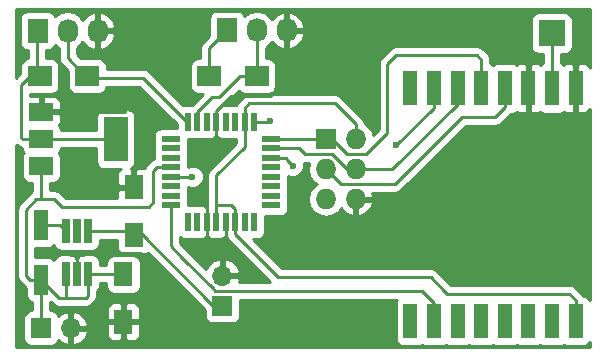
<source format=gtl>
G04 #@! TF.FileFunction,Copper,L1,Top,Signal*
%FSLAX46Y46*%
G04 Gerber Fmt 4.6, Leading zero omitted, Abs format (unit mm)*
G04 Created by KiCad (PCBNEW 4.0.5-e0-6337~49~ubuntu16.04.1) date Tue Jan 17 08:20:09 2017*
%MOMM*%
%LPD*%
G01*
G04 APERTURE LIST*
%ADD10C,0.100000*%
%ADD11R,1.600000X2.000000*%
%ADD12R,1.200000X3.000000*%
%ADD13R,0.550000X1.600000*%
%ADD14R,1.600000X0.550000*%
%ADD15R,1.198880X2.598420*%
%ADD16R,1.198880X2.600960*%
%ADD17R,2.235200X2.235200*%
%ADD18R,1.727200X2.032000*%
%ADD19O,1.727200X2.032000*%
%ADD20R,1.727200X1.727200*%
%ADD21O,1.727200X1.727200*%
%ADD22R,0.690880X1.998980*%
%ADD23R,2.000000X1.700000*%
%ADD24R,1.700000X1.700000*%
%ADD25O,1.700000X1.700000*%
%ADD26R,2.000000X3.800000*%
%ADD27R,2.000000X1.500000*%
%ADD28C,0.600000*%
%ADD29C,0.250000*%
%ADD30C,0.254000*%
G04 APERTURE END LIST*
D10*
D11*
X91440000Y-75089000D03*
X91440000Y-79089000D03*
D12*
X115722400Y-79022400D03*
X117722400Y-79022400D03*
X119722400Y-79022400D03*
X121722400Y-79022400D03*
X123722400Y-79022400D03*
X125722400Y-79022400D03*
X127722400Y-79022400D03*
X129722400Y-79022400D03*
X129722400Y-59322400D03*
X127722400Y-59322400D03*
X125722400Y-59322400D03*
X123722400Y-59322400D03*
X121722400Y-59322400D03*
X119722400Y-59322400D03*
X117722400Y-59322400D03*
X115722400Y-59322400D03*
D13*
X96895000Y-70671000D03*
X97695000Y-70671000D03*
X98495000Y-70671000D03*
X99295000Y-70671000D03*
X100095000Y-70671000D03*
X100895000Y-70671000D03*
X101695000Y-70671000D03*
X102495000Y-70671000D03*
D14*
X103945000Y-69221000D03*
X103945000Y-68421000D03*
X103945000Y-67621000D03*
X103945000Y-66821000D03*
X103945000Y-66021000D03*
X103945000Y-65221000D03*
X103945000Y-64421000D03*
X103945000Y-63621000D03*
D13*
X102495000Y-62171000D03*
X101695000Y-62171000D03*
X100895000Y-62171000D03*
X100095000Y-62171000D03*
X99295000Y-62171000D03*
X98495000Y-62171000D03*
X97695000Y-62171000D03*
X96895000Y-62171000D03*
D14*
X95445000Y-63621000D03*
X95445000Y-64421000D03*
X95445000Y-65221000D03*
X95445000Y-66021000D03*
X95445000Y-66821000D03*
X95445000Y-67621000D03*
X95445000Y-68421000D03*
X95445000Y-69221000D03*
D15*
X84442300Y-75542140D03*
D16*
X84442300Y-70939660D03*
D17*
X127698500Y-54660800D03*
D18*
X84162900Y-54444900D03*
D19*
X86702900Y-54444900D03*
X89242900Y-54444900D03*
D18*
X100190300Y-54432200D03*
D19*
X102730300Y-54432200D03*
X105270300Y-54432200D03*
D20*
X108585000Y-63627000D03*
D21*
X111125000Y-63627000D03*
X108585000Y-66167000D03*
X111125000Y-66167000D03*
X108585000Y-68707000D03*
X111125000Y-68707000D03*
D22*
X86540340Y-75041760D03*
X87490300Y-75041760D03*
X88440260Y-75041760D03*
X88440260Y-71440040D03*
X87490300Y-71440040D03*
X86540340Y-71440040D03*
D23*
X84360000Y-58293000D03*
X88360000Y-58293000D03*
D24*
X99822000Y-77724000D03*
D25*
X99822000Y-75184000D03*
D24*
X84455000Y-79629000D03*
D25*
X86995000Y-79629000D03*
D11*
X92329000Y-71723000D03*
X92329000Y-67723000D03*
D23*
X98711000Y-58293000D03*
X102711000Y-58293000D03*
D26*
X90780000Y-63627000D03*
D27*
X84480000Y-63627000D03*
X84480000Y-65927000D03*
X84480000Y-61327000D03*
D28*
X92710000Y-60071000D03*
X103886000Y-62103000D03*
X97282000Y-66802000D03*
X105791000Y-65913000D03*
X114554000Y-64135000D03*
D29*
X84480000Y-61327000D02*
X91454000Y-61327000D01*
X91454000Y-61327000D02*
X92710000Y-60071000D01*
X99295000Y-62171000D02*
X99295000Y-61233000D01*
X99295000Y-61233000D02*
X100584000Y-59944000D01*
X105270300Y-58559700D02*
X105270300Y-54432200D01*
X103886000Y-59944000D02*
X105270300Y-58559700D01*
X100584000Y-59944000D02*
X103886000Y-59944000D01*
X87490300Y-75041760D02*
X87490300Y-73418700D01*
X93123000Y-79089000D02*
X91440000Y-79089000D01*
X93726000Y-78486000D02*
X93123000Y-79089000D01*
X93726000Y-74168000D02*
X93726000Y-78486000D01*
X92837000Y-73279000D02*
X93726000Y-74168000D01*
X87630000Y-73279000D02*
X92837000Y-73279000D01*
X87490300Y-73418700D02*
X87630000Y-73279000D01*
X98495000Y-70671000D02*
X98495000Y-64573000D01*
X99295000Y-63773000D02*
X99295000Y-62171000D01*
X98495000Y-64573000D02*
X99295000Y-63773000D01*
X99822000Y-75184000D02*
X99822000Y-72517000D01*
X99822000Y-72517000D02*
X99949000Y-72390000D01*
X98495000Y-70671000D02*
X98495000Y-72517000D01*
X98495000Y-72517000D02*
X98552000Y-72517000D01*
X100095000Y-70671000D02*
X100095000Y-72244000D01*
X99822000Y-72517000D02*
X98552000Y-72517000D01*
X100095000Y-72244000D02*
X99949000Y-72390000D01*
X99949000Y-72390000D02*
X99822000Y-72517000D01*
X84360000Y-58293000D02*
X83566000Y-58293000D01*
X83566000Y-58293000D02*
X82804000Y-59055000D01*
X82804000Y-59055000D02*
X82804000Y-63500000D01*
X84480000Y-63627000D02*
X82931000Y-63627000D01*
X82931000Y-63627000D02*
X82804000Y-63500000D01*
X90780000Y-63627000D02*
X84480000Y-63627000D01*
X100895000Y-70671000D02*
X100895000Y-71685000D01*
X100895000Y-71685000D02*
X104521000Y-75311000D01*
X100895000Y-69723000D02*
X100895000Y-69526000D01*
X100895000Y-69526000D02*
X100584000Y-69215000D01*
X117475000Y-75311000D02*
X118618000Y-76454000D01*
X104521000Y-75311000D02*
X117475000Y-75311000D01*
X98711000Y-58293000D02*
X98711000Y-55911500D01*
X98711000Y-55911500D02*
X100190300Y-54432200D01*
X100895000Y-70671000D02*
X100895000Y-69723000D01*
X99060000Y-77724000D02*
X92776040Y-71440040D01*
X92776040Y-71440040D02*
X90678000Y-71440040D01*
X90678000Y-71440040D02*
X89662000Y-71440040D01*
X89662000Y-71440040D02*
X88440260Y-71440040D01*
X129722400Y-79022400D02*
X129722400Y-77271400D01*
X129159000Y-76708000D02*
X118872000Y-76708000D01*
X118872000Y-76708000D02*
X118618000Y-76454000D01*
X129722400Y-77271400D02*
X129159000Y-76708000D01*
X111125000Y-63627000D02*
X111125000Y-62357000D01*
X101695000Y-60992000D02*
X101695000Y-62171000D01*
X102108000Y-60579000D02*
X101695000Y-60992000D01*
X109347000Y-60579000D02*
X102108000Y-60579000D01*
X111125000Y-62357000D02*
X109347000Y-60579000D01*
X99295000Y-69215000D02*
X100584000Y-69215000D01*
X84162900Y-58737500D02*
X84150200Y-58724800D01*
X99295000Y-70671000D02*
X99295000Y-69215000D01*
X99295000Y-69215000D02*
X99295000Y-66694000D01*
X99295000Y-66694000D02*
X101695000Y-64294000D01*
X101695000Y-64294000D02*
X101695000Y-62171000D01*
X84150200Y-58724800D02*
X84150200Y-54457600D01*
X84150200Y-54457600D02*
X84162900Y-54444900D01*
X84442300Y-70939660D02*
X86039960Y-70939660D01*
X86039960Y-70939660D02*
X86540340Y-71440040D01*
X127698500Y-54660800D02*
X127698500Y-59298500D01*
X127698500Y-59298500D02*
X127722400Y-59322400D01*
X127698500Y-59298500D02*
X127722400Y-59322400D01*
X127443000Y-54294000D02*
X127508000Y-54229000D01*
X86702900Y-56762900D02*
X88360000Y-58420000D01*
X93091000Y-58420000D02*
X88360000Y-58420000D01*
X86702900Y-54444900D02*
X86702900Y-56762900D01*
X96895000Y-62171000D02*
X96842000Y-62171000D01*
X96842000Y-62171000D02*
X93091000Y-58420000D01*
X97695000Y-62171000D02*
X97695000Y-61309000D01*
X98933000Y-60071000D02*
X99441000Y-60071000D01*
X97695000Y-61309000D02*
X98933000Y-60071000D01*
X102711000Y-58293000D02*
X101346000Y-58293000D01*
X101346000Y-58293000D02*
X99568000Y-60071000D01*
X99568000Y-60071000D02*
X99441000Y-60071000D01*
X102730300Y-54432200D02*
X102730300Y-58273700D01*
X102730300Y-58273700D02*
X102711000Y-58293000D01*
X102584000Y-54578500D02*
X102730300Y-54432200D01*
X97663000Y-62139000D02*
X97695000Y-62171000D01*
X108585000Y-63627000D02*
X109093000Y-63627000D01*
X109093000Y-63627000D02*
X110363000Y-64897000D01*
X114554000Y-56515000D02*
X121348500Y-56515000D01*
X113792000Y-57277000D02*
X114554000Y-56515000D01*
X113792000Y-63119000D02*
X113792000Y-57277000D01*
X112014000Y-64897000D02*
X113792000Y-63119000D01*
X110363000Y-64897000D02*
X112014000Y-64897000D01*
X103945000Y-63621000D02*
X108579000Y-63621000D01*
X108579000Y-63621000D02*
X108585000Y-63627000D01*
X121348500Y-56515000D02*
X121722400Y-56888900D01*
X121722400Y-56888900D02*
X121722400Y-59322400D01*
X108579000Y-63621000D02*
X108585000Y-63627000D01*
X108585000Y-66167000D02*
X109855000Y-67437000D01*
X123722400Y-60935600D02*
X123722400Y-59322400D01*
X122936000Y-61722000D02*
X123722400Y-60935600D01*
X120142000Y-61722000D02*
X122936000Y-61722000D01*
X114427000Y-67437000D02*
X120142000Y-61722000D01*
X109855000Y-67437000D02*
X114427000Y-67437000D01*
X123722400Y-59322400D02*
X123722400Y-60554600D01*
X103818000Y-62171000D02*
X102495000Y-62171000D01*
X103886000Y-62103000D02*
X103818000Y-62171000D01*
X108585000Y-66167000D02*
X108635800Y-66167000D01*
X119722400Y-59322400D02*
X119722400Y-60617600D01*
X119722400Y-60617600D02*
X114173000Y-66167000D01*
X111125000Y-66167000D02*
X110363000Y-66167000D01*
X110363000Y-66167000D02*
X109093000Y-64897000D01*
X109093000Y-64897000D02*
X108585000Y-64897000D01*
X114173000Y-66167000D02*
X113284000Y-66167000D01*
X103945000Y-64421000D02*
X106331000Y-64421000D01*
X106807000Y-64897000D02*
X108585000Y-64897000D01*
X106331000Y-64421000D02*
X106807000Y-64897000D01*
X111125000Y-66167000D02*
X113284000Y-66167000D01*
X97263000Y-66821000D02*
X95445000Y-66821000D01*
X97282000Y-66802000D02*
X97263000Y-66821000D01*
X98996500Y-76263500D02*
X99187000Y-76454000D01*
X117722400Y-77463400D02*
X117722400Y-79022400D01*
X116713000Y-76454000D02*
X117722400Y-77463400D01*
X100330000Y-76454000D02*
X116713000Y-76454000D01*
X99187000Y-76454000D02*
X100330000Y-76454000D01*
X95445000Y-69221000D02*
X95445000Y-72712000D01*
X95445000Y-72712000D02*
X96393000Y-73660000D01*
X96647000Y-73914000D02*
X96393000Y-73660000D01*
X98996500Y-76263500D02*
X96647000Y-73914000D01*
X117722400Y-79022400D02*
X117722400Y-77590400D01*
X95451000Y-69215000D02*
X95445000Y-69221000D01*
X117722400Y-59322400D02*
X117722400Y-60966600D01*
X105226000Y-65221000D02*
X103945000Y-65221000D01*
X105283000Y-65278000D02*
X105226000Y-65221000D01*
X105283000Y-65405000D02*
X105283000Y-65278000D01*
X105791000Y-65913000D02*
X105283000Y-65405000D01*
X117722400Y-60966600D02*
X114554000Y-64135000D01*
X84442300Y-75542140D02*
X83543140Y-75542140D01*
X83543140Y-75542140D02*
X83185000Y-75184000D01*
X83185000Y-69596000D02*
X84074000Y-68707000D01*
X83185000Y-75184000D02*
X83185000Y-69596000D01*
X95445000Y-66021000D02*
X94253000Y-66021000D01*
X94253000Y-66021000D02*
X93980000Y-66294000D01*
X93599000Y-69342000D02*
X92202000Y-69342000D01*
X93980000Y-68961000D02*
X93599000Y-69342000D01*
X93980000Y-66294000D02*
X93980000Y-68961000D01*
X84480000Y-65927000D02*
X84480000Y-68707000D01*
X84480000Y-68707000D02*
X84455000Y-68707000D01*
X85598000Y-68707000D02*
X84455000Y-68707000D01*
X84455000Y-68707000D02*
X84074000Y-68707000D01*
X86233000Y-69342000D02*
X85598000Y-68707000D01*
X92202000Y-69342000D02*
X86233000Y-69342000D01*
X88138000Y-77089000D02*
X85989160Y-77089000D01*
X85989160Y-77089000D02*
X85915500Y-77015340D01*
X85915500Y-77015340D02*
X84442300Y-75542140D01*
X88440260Y-75041760D02*
X88440260Y-76913740D01*
X86540340Y-77015340D02*
X86540340Y-75041760D01*
X86614000Y-77089000D02*
X86540340Y-77015340D01*
X88265000Y-77089000D02*
X88138000Y-77089000D01*
X88138000Y-77089000D02*
X86614000Y-77089000D01*
X88440260Y-76913740D02*
X88265000Y-77089000D01*
X88440260Y-75041760D02*
X91392760Y-75041760D01*
X91392760Y-75041760D02*
X91440000Y-75089000D01*
X84442300Y-75542140D02*
X84442300Y-79616300D01*
X84442300Y-79616300D02*
X84455000Y-79629000D01*
X84429600Y-75554840D02*
X84442300Y-75542140D01*
X88506300Y-74975720D02*
X88440260Y-75041760D01*
D30*
G36*
X82393599Y-64164401D02*
X82640161Y-64329148D01*
X82832560Y-64367419D01*
X82832560Y-64377000D01*
X82876838Y-64612317D01*
X82983759Y-64778477D01*
X82883569Y-64925110D01*
X82832560Y-65177000D01*
X82832560Y-66677000D01*
X82876838Y-66912317D01*
X83015910Y-67128441D01*
X83228110Y-67273431D01*
X83480000Y-67324440D01*
X83720000Y-67324440D01*
X83720000Y-68047055D01*
X83536599Y-68169599D01*
X82647599Y-69058599D01*
X82482852Y-69305161D01*
X82425000Y-69596000D01*
X82425000Y-75184000D01*
X82482852Y-75474839D01*
X82647599Y-75721401D01*
X83005739Y-76079541D01*
X83195420Y-76206282D01*
X83195420Y-76841350D01*
X83239698Y-77076667D01*
X83378770Y-77292791D01*
X83590970Y-77437781D01*
X83682300Y-77456276D01*
X83682300Y-78131560D01*
X83605000Y-78131560D01*
X83369683Y-78175838D01*
X83153559Y-78314910D01*
X83008569Y-78527110D01*
X82957560Y-78779000D01*
X82957560Y-80479000D01*
X83001838Y-80714317D01*
X83140910Y-80930441D01*
X83353110Y-81075431D01*
X83605000Y-81126440D01*
X85305000Y-81126440D01*
X85540317Y-81082162D01*
X85756441Y-80943090D01*
X85901431Y-80730890D01*
X85923301Y-80622893D01*
X86228076Y-80900645D01*
X86638110Y-81070476D01*
X86868000Y-80949155D01*
X86868000Y-79756000D01*
X87122000Y-79756000D01*
X87122000Y-80949155D01*
X87351890Y-81070476D01*
X87761924Y-80900645D01*
X88190183Y-80510358D01*
X88436486Y-79985892D01*
X88315819Y-79756000D01*
X87122000Y-79756000D01*
X86868000Y-79756000D01*
X86848000Y-79756000D01*
X86848000Y-79502000D01*
X86868000Y-79502000D01*
X86868000Y-78308845D01*
X87122000Y-78308845D01*
X87122000Y-79502000D01*
X88315819Y-79502000D01*
X88382610Y-79374750D01*
X90005000Y-79374750D01*
X90005000Y-80215309D01*
X90101673Y-80448698D01*
X90280301Y-80627327D01*
X90513690Y-80724000D01*
X91154250Y-80724000D01*
X91313000Y-80565250D01*
X91313000Y-79216000D01*
X91567000Y-79216000D01*
X91567000Y-80565250D01*
X91725750Y-80724000D01*
X92366310Y-80724000D01*
X92599699Y-80627327D01*
X92778327Y-80448698D01*
X92875000Y-80215309D01*
X92875000Y-79374750D01*
X92716250Y-79216000D01*
X91567000Y-79216000D01*
X91313000Y-79216000D01*
X90163750Y-79216000D01*
X90005000Y-79374750D01*
X88382610Y-79374750D01*
X88436486Y-79272108D01*
X88190183Y-78747642D01*
X87761924Y-78357355D01*
X87351890Y-78187524D01*
X87122000Y-78308845D01*
X86868000Y-78308845D01*
X86638110Y-78187524D01*
X86228076Y-78357355D01*
X85925063Y-78633501D01*
X85908162Y-78543683D01*
X85769090Y-78327559D01*
X85556890Y-78182569D01*
X85305000Y-78131560D01*
X85202300Y-78131560D01*
X85202300Y-77962691D01*
X90005000Y-77962691D01*
X90005000Y-78803250D01*
X90163750Y-78962000D01*
X91313000Y-78962000D01*
X91313000Y-77612750D01*
X91567000Y-77612750D01*
X91567000Y-78962000D01*
X92716250Y-78962000D01*
X92875000Y-78803250D01*
X92875000Y-77962691D01*
X92778327Y-77729302D01*
X92599699Y-77550673D01*
X92366310Y-77454000D01*
X91725750Y-77454000D01*
X91567000Y-77612750D01*
X91313000Y-77612750D01*
X91154250Y-77454000D01*
X90513690Y-77454000D01*
X90280301Y-77550673D01*
X90101673Y-77729302D01*
X90005000Y-77962691D01*
X85202300Y-77962691D01*
X85202300Y-77458579D01*
X85271008Y-77445650D01*
X85451759Y-77626401D01*
X85698321Y-77791148D01*
X85989160Y-77849000D01*
X88265000Y-77849000D01*
X88555839Y-77791148D01*
X88802401Y-77626401D01*
X88977661Y-77451141D01*
X89142408Y-77204579D01*
X89200260Y-76913740D01*
X89200260Y-76529072D01*
X89237141Y-76505340D01*
X89382131Y-76293140D01*
X89433140Y-76041250D01*
X89433140Y-75801760D01*
X89992560Y-75801760D01*
X89992560Y-76089000D01*
X90036838Y-76324317D01*
X90175910Y-76540441D01*
X90388110Y-76685431D01*
X90640000Y-76736440D01*
X92240000Y-76736440D01*
X92475317Y-76692162D01*
X92691441Y-76553090D01*
X92836431Y-76340890D01*
X92887440Y-76089000D01*
X92887440Y-74089000D01*
X92843162Y-73853683D01*
X92704090Y-73637559D01*
X92491890Y-73492569D01*
X92240000Y-73441560D01*
X90640000Y-73441560D01*
X90404683Y-73485838D01*
X90188559Y-73624910D01*
X90043569Y-73837110D01*
X89992560Y-74089000D01*
X89992560Y-74281760D01*
X89433140Y-74281760D01*
X89433140Y-74042270D01*
X89388862Y-73806953D01*
X89249790Y-73590829D01*
X89037590Y-73445839D01*
X88785700Y-73394830D01*
X88094820Y-73394830D01*
X87982871Y-73415895D01*
X87962049Y-73407270D01*
X87776050Y-73407270D01*
X87617300Y-73566020D01*
X87617300Y-73616348D01*
X87498389Y-73790380D01*
X87491876Y-73822544D01*
X87488942Y-73806953D01*
X87363300Y-73611700D01*
X87363300Y-73566020D01*
X87204550Y-73407270D01*
X87018551Y-73407270D01*
X86995126Y-73416973D01*
X86885780Y-73394830D01*
X86194900Y-73394830D01*
X85959583Y-73439108D01*
X85743459Y-73578180D01*
X85598469Y-73790380D01*
X85576123Y-73900728D01*
X85505830Y-73791489D01*
X85293630Y-73646499D01*
X85041740Y-73595490D01*
X83945000Y-73595490D01*
X83945000Y-72887580D01*
X85041740Y-72887580D01*
X85277057Y-72843302D01*
X85493181Y-72704230D01*
X85574792Y-72584788D01*
X85591738Y-72674847D01*
X85730810Y-72890971D01*
X85943010Y-73035961D01*
X86194900Y-73086970D01*
X86885780Y-73086970D01*
X87020076Y-73061701D01*
X87144860Y-73086970D01*
X87835740Y-73086970D01*
X87970036Y-73061701D01*
X88094820Y-73086970D01*
X88785700Y-73086970D01*
X89021017Y-73042692D01*
X89237141Y-72903620D01*
X89382131Y-72691420D01*
X89433140Y-72439530D01*
X89433140Y-72200040D01*
X90881560Y-72200040D01*
X90881560Y-72723000D01*
X90925838Y-72958317D01*
X91064910Y-73174441D01*
X91277110Y-73319431D01*
X91529000Y-73370440D01*
X93129000Y-73370440D01*
X93364317Y-73326162D01*
X93500031Y-73238833D01*
X98324560Y-78063362D01*
X98324560Y-78574000D01*
X98368838Y-78809317D01*
X98507910Y-79025441D01*
X98720110Y-79170431D01*
X98972000Y-79221440D01*
X100672000Y-79221440D01*
X100907317Y-79177162D01*
X101123441Y-79038090D01*
X101268431Y-78825890D01*
X101319440Y-78574000D01*
X101319440Y-77214000D01*
X114564581Y-77214000D01*
X114525969Y-77270510D01*
X114474960Y-77522400D01*
X114474960Y-80522400D01*
X114519238Y-80757717D01*
X114658310Y-80973841D01*
X114870510Y-81118831D01*
X115122400Y-81169840D01*
X116322400Y-81169840D01*
X116557717Y-81125562D01*
X116723877Y-81018641D01*
X116870510Y-81118831D01*
X117122400Y-81169840D01*
X118322400Y-81169840D01*
X118557717Y-81125562D01*
X118723877Y-81018641D01*
X118870510Y-81118831D01*
X119122400Y-81169840D01*
X120322400Y-81169840D01*
X120557717Y-81125562D01*
X120723877Y-81018641D01*
X120870510Y-81118831D01*
X121122400Y-81169840D01*
X122322400Y-81169840D01*
X122557717Y-81125562D01*
X122723877Y-81018641D01*
X122870510Y-81118831D01*
X123122400Y-81169840D01*
X124322400Y-81169840D01*
X124557717Y-81125562D01*
X124723877Y-81018641D01*
X124870510Y-81118831D01*
X125122400Y-81169840D01*
X126322400Y-81169840D01*
X126557717Y-81125562D01*
X126723877Y-81018641D01*
X126870510Y-81118831D01*
X127122400Y-81169840D01*
X128322400Y-81169840D01*
X128557717Y-81125562D01*
X128723877Y-81018641D01*
X128870510Y-81118831D01*
X129122400Y-81169840D01*
X130322400Y-81169840D01*
X130557717Y-81125562D01*
X130773841Y-80986490D01*
X130913000Y-80782824D01*
X130913000Y-81228000D01*
X82333000Y-81228000D01*
X82333000Y-64103802D01*
X82393599Y-64164401D01*
X82393599Y-64164401D01*
G37*
X82393599Y-64164401D02*
X82640161Y-64329148D01*
X82832560Y-64367419D01*
X82832560Y-64377000D01*
X82876838Y-64612317D01*
X82983759Y-64778477D01*
X82883569Y-64925110D01*
X82832560Y-65177000D01*
X82832560Y-66677000D01*
X82876838Y-66912317D01*
X83015910Y-67128441D01*
X83228110Y-67273431D01*
X83480000Y-67324440D01*
X83720000Y-67324440D01*
X83720000Y-68047055D01*
X83536599Y-68169599D01*
X82647599Y-69058599D01*
X82482852Y-69305161D01*
X82425000Y-69596000D01*
X82425000Y-75184000D01*
X82482852Y-75474839D01*
X82647599Y-75721401D01*
X83005739Y-76079541D01*
X83195420Y-76206282D01*
X83195420Y-76841350D01*
X83239698Y-77076667D01*
X83378770Y-77292791D01*
X83590970Y-77437781D01*
X83682300Y-77456276D01*
X83682300Y-78131560D01*
X83605000Y-78131560D01*
X83369683Y-78175838D01*
X83153559Y-78314910D01*
X83008569Y-78527110D01*
X82957560Y-78779000D01*
X82957560Y-80479000D01*
X83001838Y-80714317D01*
X83140910Y-80930441D01*
X83353110Y-81075431D01*
X83605000Y-81126440D01*
X85305000Y-81126440D01*
X85540317Y-81082162D01*
X85756441Y-80943090D01*
X85901431Y-80730890D01*
X85923301Y-80622893D01*
X86228076Y-80900645D01*
X86638110Y-81070476D01*
X86868000Y-80949155D01*
X86868000Y-79756000D01*
X87122000Y-79756000D01*
X87122000Y-80949155D01*
X87351890Y-81070476D01*
X87761924Y-80900645D01*
X88190183Y-80510358D01*
X88436486Y-79985892D01*
X88315819Y-79756000D01*
X87122000Y-79756000D01*
X86868000Y-79756000D01*
X86848000Y-79756000D01*
X86848000Y-79502000D01*
X86868000Y-79502000D01*
X86868000Y-78308845D01*
X87122000Y-78308845D01*
X87122000Y-79502000D01*
X88315819Y-79502000D01*
X88382610Y-79374750D01*
X90005000Y-79374750D01*
X90005000Y-80215309D01*
X90101673Y-80448698D01*
X90280301Y-80627327D01*
X90513690Y-80724000D01*
X91154250Y-80724000D01*
X91313000Y-80565250D01*
X91313000Y-79216000D01*
X91567000Y-79216000D01*
X91567000Y-80565250D01*
X91725750Y-80724000D01*
X92366310Y-80724000D01*
X92599699Y-80627327D01*
X92778327Y-80448698D01*
X92875000Y-80215309D01*
X92875000Y-79374750D01*
X92716250Y-79216000D01*
X91567000Y-79216000D01*
X91313000Y-79216000D01*
X90163750Y-79216000D01*
X90005000Y-79374750D01*
X88382610Y-79374750D01*
X88436486Y-79272108D01*
X88190183Y-78747642D01*
X87761924Y-78357355D01*
X87351890Y-78187524D01*
X87122000Y-78308845D01*
X86868000Y-78308845D01*
X86638110Y-78187524D01*
X86228076Y-78357355D01*
X85925063Y-78633501D01*
X85908162Y-78543683D01*
X85769090Y-78327559D01*
X85556890Y-78182569D01*
X85305000Y-78131560D01*
X85202300Y-78131560D01*
X85202300Y-77962691D01*
X90005000Y-77962691D01*
X90005000Y-78803250D01*
X90163750Y-78962000D01*
X91313000Y-78962000D01*
X91313000Y-77612750D01*
X91567000Y-77612750D01*
X91567000Y-78962000D01*
X92716250Y-78962000D01*
X92875000Y-78803250D01*
X92875000Y-77962691D01*
X92778327Y-77729302D01*
X92599699Y-77550673D01*
X92366310Y-77454000D01*
X91725750Y-77454000D01*
X91567000Y-77612750D01*
X91313000Y-77612750D01*
X91154250Y-77454000D01*
X90513690Y-77454000D01*
X90280301Y-77550673D01*
X90101673Y-77729302D01*
X90005000Y-77962691D01*
X85202300Y-77962691D01*
X85202300Y-77458579D01*
X85271008Y-77445650D01*
X85451759Y-77626401D01*
X85698321Y-77791148D01*
X85989160Y-77849000D01*
X88265000Y-77849000D01*
X88555839Y-77791148D01*
X88802401Y-77626401D01*
X88977661Y-77451141D01*
X89142408Y-77204579D01*
X89200260Y-76913740D01*
X89200260Y-76529072D01*
X89237141Y-76505340D01*
X89382131Y-76293140D01*
X89433140Y-76041250D01*
X89433140Y-75801760D01*
X89992560Y-75801760D01*
X89992560Y-76089000D01*
X90036838Y-76324317D01*
X90175910Y-76540441D01*
X90388110Y-76685431D01*
X90640000Y-76736440D01*
X92240000Y-76736440D01*
X92475317Y-76692162D01*
X92691441Y-76553090D01*
X92836431Y-76340890D01*
X92887440Y-76089000D01*
X92887440Y-74089000D01*
X92843162Y-73853683D01*
X92704090Y-73637559D01*
X92491890Y-73492569D01*
X92240000Y-73441560D01*
X90640000Y-73441560D01*
X90404683Y-73485838D01*
X90188559Y-73624910D01*
X90043569Y-73837110D01*
X89992560Y-74089000D01*
X89992560Y-74281760D01*
X89433140Y-74281760D01*
X89433140Y-74042270D01*
X89388862Y-73806953D01*
X89249790Y-73590829D01*
X89037590Y-73445839D01*
X88785700Y-73394830D01*
X88094820Y-73394830D01*
X87982871Y-73415895D01*
X87962049Y-73407270D01*
X87776050Y-73407270D01*
X87617300Y-73566020D01*
X87617300Y-73616348D01*
X87498389Y-73790380D01*
X87491876Y-73822544D01*
X87488942Y-73806953D01*
X87363300Y-73611700D01*
X87363300Y-73566020D01*
X87204550Y-73407270D01*
X87018551Y-73407270D01*
X86995126Y-73416973D01*
X86885780Y-73394830D01*
X86194900Y-73394830D01*
X85959583Y-73439108D01*
X85743459Y-73578180D01*
X85598469Y-73790380D01*
X85576123Y-73900728D01*
X85505830Y-73791489D01*
X85293630Y-73646499D01*
X85041740Y-73595490D01*
X83945000Y-73595490D01*
X83945000Y-72887580D01*
X85041740Y-72887580D01*
X85277057Y-72843302D01*
X85493181Y-72704230D01*
X85574792Y-72584788D01*
X85591738Y-72674847D01*
X85730810Y-72890971D01*
X85943010Y-73035961D01*
X86194900Y-73086970D01*
X86885780Y-73086970D01*
X87020076Y-73061701D01*
X87144860Y-73086970D01*
X87835740Y-73086970D01*
X87970036Y-73061701D01*
X88094820Y-73086970D01*
X88785700Y-73086970D01*
X89021017Y-73042692D01*
X89237141Y-72903620D01*
X89382131Y-72691420D01*
X89433140Y-72439530D01*
X89433140Y-72200040D01*
X90881560Y-72200040D01*
X90881560Y-72723000D01*
X90925838Y-72958317D01*
X91064910Y-73174441D01*
X91277110Y-73319431D01*
X91529000Y-73370440D01*
X93129000Y-73370440D01*
X93364317Y-73326162D01*
X93500031Y-73238833D01*
X98324560Y-78063362D01*
X98324560Y-78574000D01*
X98368838Y-78809317D01*
X98507910Y-79025441D01*
X98720110Y-79170431D01*
X98972000Y-79221440D01*
X100672000Y-79221440D01*
X100907317Y-79177162D01*
X101123441Y-79038090D01*
X101268431Y-78825890D01*
X101319440Y-78574000D01*
X101319440Y-77214000D01*
X114564581Y-77214000D01*
X114525969Y-77270510D01*
X114474960Y-77522400D01*
X114474960Y-80522400D01*
X114519238Y-80757717D01*
X114658310Y-80973841D01*
X114870510Y-81118831D01*
X115122400Y-81169840D01*
X116322400Y-81169840D01*
X116557717Y-81125562D01*
X116723877Y-81018641D01*
X116870510Y-81118831D01*
X117122400Y-81169840D01*
X118322400Y-81169840D01*
X118557717Y-81125562D01*
X118723877Y-81018641D01*
X118870510Y-81118831D01*
X119122400Y-81169840D01*
X120322400Y-81169840D01*
X120557717Y-81125562D01*
X120723877Y-81018641D01*
X120870510Y-81118831D01*
X121122400Y-81169840D01*
X122322400Y-81169840D01*
X122557717Y-81125562D01*
X122723877Y-81018641D01*
X122870510Y-81118831D01*
X123122400Y-81169840D01*
X124322400Y-81169840D01*
X124557717Y-81125562D01*
X124723877Y-81018641D01*
X124870510Y-81118831D01*
X125122400Y-81169840D01*
X126322400Y-81169840D01*
X126557717Y-81125562D01*
X126723877Y-81018641D01*
X126870510Y-81118831D01*
X127122400Y-81169840D01*
X128322400Y-81169840D01*
X128557717Y-81125562D01*
X128723877Y-81018641D01*
X128870510Y-81118831D01*
X129122400Y-81169840D01*
X130322400Y-81169840D01*
X130557717Y-81125562D01*
X130773841Y-80986490D01*
X130913000Y-80782824D01*
X130913000Y-81228000D01*
X82333000Y-81228000D01*
X82333000Y-64103802D01*
X82393599Y-64164401D01*
G36*
X130913000Y-57588900D02*
X130860727Y-57462702D01*
X130682099Y-57284073D01*
X130448710Y-57187400D01*
X130008150Y-57187400D01*
X129849400Y-57346150D01*
X129849400Y-59195400D01*
X129869400Y-59195400D01*
X129869400Y-59449400D01*
X129849400Y-59449400D01*
X129849400Y-61298650D01*
X130008150Y-61457400D01*
X130448710Y-61457400D01*
X130682099Y-61360727D01*
X130860727Y-61182098D01*
X130913000Y-61055900D01*
X130913000Y-77267561D01*
X130786490Y-77070959D01*
X130574290Y-76925969D01*
X130358931Y-76882358D01*
X130259801Y-76733999D01*
X129696401Y-76170599D01*
X129449839Y-76005852D01*
X129159000Y-75948000D01*
X119186802Y-75948000D01*
X118012401Y-74773599D01*
X117765839Y-74608852D01*
X117475000Y-74551000D01*
X104835802Y-74551000D01*
X102403242Y-72118440D01*
X102770000Y-72118440D01*
X103005317Y-72074162D01*
X103221441Y-71935090D01*
X103366431Y-71722890D01*
X103417440Y-71471000D01*
X103417440Y-70143440D01*
X104745000Y-70143440D01*
X104980317Y-70099162D01*
X105196441Y-69960090D01*
X105341431Y-69747890D01*
X105392440Y-69496000D01*
X105392440Y-68946000D01*
X105368056Y-68816411D01*
X105392440Y-68696000D01*
X105392440Y-68146000D01*
X105368056Y-68016411D01*
X105392440Y-67896000D01*
X105392440Y-67346000D01*
X105368056Y-67216411D01*
X105392440Y-67096000D01*
X105392440Y-66759907D01*
X105604201Y-66847838D01*
X105976167Y-66848162D01*
X106319943Y-66706117D01*
X106583192Y-66443327D01*
X106725838Y-66099799D01*
X106726162Y-65727833D01*
X106687035Y-65633137D01*
X106807000Y-65657000D01*
X107158486Y-65657000D01*
X107057041Y-66167000D01*
X107171115Y-66740489D01*
X107495971Y-67226670D01*
X107810752Y-67437000D01*
X107495971Y-67647330D01*
X107171115Y-68133511D01*
X107057041Y-68707000D01*
X107171115Y-69280489D01*
X107495971Y-69766670D01*
X107982152Y-70091526D01*
X108555641Y-70205600D01*
X108614359Y-70205600D01*
X109187848Y-70091526D01*
X109674029Y-69766670D01*
X109854992Y-69495839D01*
X110236510Y-69913821D01*
X110765973Y-70161968D01*
X110998000Y-70041469D01*
X110998000Y-68834000D01*
X111252000Y-68834000D01*
X111252000Y-70041469D01*
X111484027Y-70161968D01*
X112013490Y-69913821D01*
X112407688Y-69481947D01*
X112579958Y-69066026D01*
X112458817Y-68834000D01*
X111252000Y-68834000D01*
X110998000Y-68834000D01*
X110978000Y-68834000D01*
X110978000Y-68580000D01*
X110998000Y-68580000D01*
X110998000Y-68560000D01*
X111252000Y-68560000D01*
X111252000Y-68580000D01*
X112458817Y-68580000D01*
X112579958Y-68347974D01*
X112517426Y-68197000D01*
X114427000Y-68197000D01*
X114717839Y-68139148D01*
X114964401Y-67974401D01*
X120456803Y-62482000D01*
X122936000Y-62482000D01*
X123226839Y-62424148D01*
X123473401Y-62259401D01*
X124259801Y-61473001D01*
X124261913Y-61469840D01*
X124322400Y-61469840D01*
X124557717Y-61425562D01*
X124721892Y-61319918D01*
X124762701Y-61360727D01*
X124996090Y-61457400D01*
X125436650Y-61457400D01*
X125595400Y-61298650D01*
X125595400Y-59449400D01*
X125575400Y-59449400D01*
X125575400Y-59195400D01*
X125595400Y-59195400D01*
X125595400Y-57346150D01*
X125849400Y-57346150D01*
X125849400Y-59195400D01*
X125869400Y-59195400D01*
X125869400Y-59449400D01*
X125849400Y-59449400D01*
X125849400Y-61298650D01*
X126008150Y-61457400D01*
X126448710Y-61457400D01*
X126682099Y-61360727D01*
X126724060Y-61318766D01*
X126870510Y-61418831D01*
X127122400Y-61469840D01*
X128322400Y-61469840D01*
X128557717Y-61425562D01*
X128721892Y-61319918D01*
X128762701Y-61360727D01*
X128996090Y-61457400D01*
X129436650Y-61457400D01*
X129595400Y-61298650D01*
X129595400Y-59449400D01*
X129575400Y-59449400D01*
X129575400Y-59195400D01*
X129595400Y-59195400D01*
X129595400Y-57346150D01*
X129436650Y-57187400D01*
X128996090Y-57187400D01*
X128762701Y-57284073D01*
X128720740Y-57326034D01*
X128574290Y-57225969D01*
X128458500Y-57202521D01*
X128458500Y-56425840D01*
X128816100Y-56425840D01*
X129051417Y-56381562D01*
X129267541Y-56242490D01*
X129412531Y-56030290D01*
X129463540Y-55778400D01*
X129463540Y-53543200D01*
X129419262Y-53307883D01*
X129280190Y-53091759D01*
X129067990Y-52946769D01*
X128816100Y-52895760D01*
X126580900Y-52895760D01*
X126345583Y-52940038D01*
X126129459Y-53079110D01*
X125984469Y-53291310D01*
X125933460Y-53543200D01*
X125933460Y-55778400D01*
X125977738Y-56013717D01*
X126116810Y-56229841D01*
X126329010Y-56374831D01*
X126580900Y-56425840D01*
X126938500Y-56425840D01*
X126938500Y-57209563D01*
X126887083Y-57219238D01*
X126722908Y-57324882D01*
X126682099Y-57284073D01*
X126448710Y-57187400D01*
X126008150Y-57187400D01*
X125849400Y-57346150D01*
X125595400Y-57346150D01*
X125436650Y-57187400D01*
X124996090Y-57187400D01*
X124762701Y-57284073D01*
X124720740Y-57326034D01*
X124574290Y-57225969D01*
X124322400Y-57174960D01*
X123122400Y-57174960D01*
X122887083Y-57219238D01*
X122720923Y-57326159D01*
X122574290Y-57225969D01*
X122482400Y-57207361D01*
X122482400Y-56888900D01*
X122434146Y-56646314D01*
X122424548Y-56598060D01*
X122259801Y-56351499D01*
X121885901Y-55977599D01*
X121639339Y-55812852D01*
X121348500Y-55755000D01*
X114554000Y-55755000D01*
X114263161Y-55812852D01*
X114016599Y-55977599D01*
X113254599Y-56739599D01*
X113089852Y-56986161D01*
X113032000Y-57277000D01*
X113032000Y-62804198D01*
X112579334Y-63256864D01*
X112538885Y-63053511D01*
X112214029Y-62567330D01*
X111882816Y-62346020D01*
X111827148Y-62066161D01*
X111662401Y-61819599D01*
X109884401Y-60041599D01*
X109637839Y-59876852D01*
X109347000Y-59819000D01*
X102108000Y-59819000D01*
X101817160Y-59876852D01*
X101570599Y-60041599D01*
X101157599Y-60454599D01*
X100992852Y-60701161D01*
X100988397Y-60723560D01*
X100620000Y-60723560D01*
X100490411Y-60747944D01*
X100370000Y-60723560D01*
X99933053Y-60723560D01*
X100105401Y-60608401D01*
X101196970Y-59516832D01*
X101246910Y-59594441D01*
X101459110Y-59739431D01*
X101711000Y-59790440D01*
X103711000Y-59790440D01*
X103946317Y-59746162D01*
X104162441Y-59607090D01*
X104307431Y-59394890D01*
X104358440Y-59143000D01*
X104358440Y-57443000D01*
X104314162Y-57207683D01*
X104175090Y-56991559D01*
X103962890Y-56846569D01*
X103711000Y-56795560D01*
X103490300Y-56795560D01*
X103490300Y-55876848D01*
X103789970Y-55676615D01*
X103996761Y-55367131D01*
X104368264Y-55782932D01*
X104895509Y-56036909D01*
X104911274Y-56039558D01*
X105143300Y-55918417D01*
X105143300Y-54559200D01*
X105397300Y-54559200D01*
X105397300Y-55918417D01*
X105629326Y-56039558D01*
X105645091Y-56036909D01*
X106172336Y-55782932D01*
X106562254Y-55346520D01*
X106755484Y-54794113D01*
X106611224Y-54559200D01*
X105397300Y-54559200D01*
X105143300Y-54559200D01*
X105123300Y-54559200D01*
X105123300Y-54305200D01*
X105143300Y-54305200D01*
X105143300Y-52945983D01*
X105397300Y-52945983D01*
X105397300Y-54305200D01*
X106611224Y-54305200D01*
X106755484Y-54070287D01*
X106562254Y-53517880D01*
X106172336Y-53081468D01*
X105645091Y-52827491D01*
X105629326Y-52824842D01*
X105397300Y-52945983D01*
X105143300Y-52945983D01*
X104911274Y-52824842D01*
X104895509Y-52827491D01*
X104368264Y-53081468D01*
X103996761Y-53497269D01*
X103789970Y-53187785D01*
X103303789Y-52862929D01*
X102730300Y-52748855D01*
X102156811Y-52862929D01*
X101670630Y-53187785D01*
X101661057Y-53202113D01*
X101657062Y-53180883D01*
X101517990Y-52964759D01*
X101305790Y-52819769D01*
X101053900Y-52768760D01*
X99326700Y-52768760D01*
X99091383Y-52813038D01*
X98875259Y-52952110D01*
X98730269Y-53164310D01*
X98679260Y-53416200D01*
X98679260Y-54868438D01*
X98173599Y-55374099D01*
X98008852Y-55620661D01*
X97951000Y-55911500D01*
X97951000Y-56795560D01*
X97711000Y-56795560D01*
X97475683Y-56839838D01*
X97259559Y-56978910D01*
X97114569Y-57191110D01*
X97063560Y-57443000D01*
X97063560Y-59143000D01*
X97107838Y-59378317D01*
X97246910Y-59594441D01*
X97459110Y-59739431D01*
X97711000Y-59790440D01*
X98138758Y-59790440D01*
X97199636Y-60729562D01*
X97170000Y-60723560D01*
X96620000Y-60723560D01*
X96493218Y-60747416D01*
X93628401Y-57882599D01*
X93381839Y-57717852D01*
X93091000Y-57660000D01*
X90007440Y-57660000D01*
X90007440Y-57443000D01*
X89963162Y-57207683D01*
X89824090Y-56991559D01*
X89611890Y-56846569D01*
X89360000Y-56795560D01*
X87810362Y-56795560D01*
X87462900Y-56448098D01*
X87462900Y-55889548D01*
X87762570Y-55689315D01*
X87969361Y-55379831D01*
X88340864Y-55795632D01*
X88868109Y-56049609D01*
X88883874Y-56052258D01*
X89115900Y-55931117D01*
X89115900Y-54571900D01*
X89369900Y-54571900D01*
X89369900Y-55931117D01*
X89601926Y-56052258D01*
X89617691Y-56049609D01*
X90144936Y-55795632D01*
X90534854Y-55359220D01*
X90728084Y-54806813D01*
X90583824Y-54571900D01*
X89369900Y-54571900D01*
X89115900Y-54571900D01*
X89095900Y-54571900D01*
X89095900Y-54317900D01*
X89115900Y-54317900D01*
X89115900Y-52958683D01*
X89369900Y-52958683D01*
X89369900Y-54317900D01*
X90583824Y-54317900D01*
X90728084Y-54082987D01*
X90534854Y-53530580D01*
X90144936Y-53094168D01*
X89617691Y-52840191D01*
X89601926Y-52837542D01*
X89369900Y-52958683D01*
X89115900Y-52958683D01*
X88883874Y-52837542D01*
X88868109Y-52840191D01*
X88340864Y-53094168D01*
X87969361Y-53509969D01*
X87762570Y-53200485D01*
X87276389Y-52875629D01*
X86702900Y-52761555D01*
X86129411Y-52875629D01*
X85643230Y-53200485D01*
X85633657Y-53214813D01*
X85629662Y-53193583D01*
X85490590Y-52977459D01*
X85278390Y-52832469D01*
X85026500Y-52781460D01*
X83299300Y-52781460D01*
X83063983Y-52825738D01*
X82847859Y-52964810D01*
X82702869Y-53177010D01*
X82651860Y-53428900D01*
X82651860Y-55460900D01*
X82696138Y-55696217D01*
X82835210Y-55912341D01*
X83047410Y-56057331D01*
X83299300Y-56108340D01*
X83390200Y-56108340D01*
X83390200Y-56795560D01*
X83360000Y-56795560D01*
X83124683Y-56839838D01*
X82908559Y-56978910D01*
X82763569Y-57191110D01*
X82712560Y-57443000D01*
X82712560Y-58071638D01*
X82333000Y-58451198D01*
X82333000Y-52648000D01*
X130913000Y-52648000D01*
X130913000Y-57588900D01*
X130913000Y-57588900D01*
G37*
X130913000Y-57588900D02*
X130860727Y-57462702D01*
X130682099Y-57284073D01*
X130448710Y-57187400D01*
X130008150Y-57187400D01*
X129849400Y-57346150D01*
X129849400Y-59195400D01*
X129869400Y-59195400D01*
X129869400Y-59449400D01*
X129849400Y-59449400D01*
X129849400Y-61298650D01*
X130008150Y-61457400D01*
X130448710Y-61457400D01*
X130682099Y-61360727D01*
X130860727Y-61182098D01*
X130913000Y-61055900D01*
X130913000Y-77267561D01*
X130786490Y-77070959D01*
X130574290Y-76925969D01*
X130358931Y-76882358D01*
X130259801Y-76733999D01*
X129696401Y-76170599D01*
X129449839Y-76005852D01*
X129159000Y-75948000D01*
X119186802Y-75948000D01*
X118012401Y-74773599D01*
X117765839Y-74608852D01*
X117475000Y-74551000D01*
X104835802Y-74551000D01*
X102403242Y-72118440D01*
X102770000Y-72118440D01*
X103005317Y-72074162D01*
X103221441Y-71935090D01*
X103366431Y-71722890D01*
X103417440Y-71471000D01*
X103417440Y-70143440D01*
X104745000Y-70143440D01*
X104980317Y-70099162D01*
X105196441Y-69960090D01*
X105341431Y-69747890D01*
X105392440Y-69496000D01*
X105392440Y-68946000D01*
X105368056Y-68816411D01*
X105392440Y-68696000D01*
X105392440Y-68146000D01*
X105368056Y-68016411D01*
X105392440Y-67896000D01*
X105392440Y-67346000D01*
X105368056Y-67216411D01*
X105392440Y-67096000D01*
X105392440Y-66759907D01*
X105604201Y-66847838D01*
X105976167Y-66848162D01*
X106319943Y-66706117D01*
X106583192Y-66443327D01*
X106725838Y-66099799D01*
X106726162Y-65727833D01*
X106687035Y-65633137D01*
X106807000Y-65657000D01*
X107158486Y-65657000D01*
X107057041Y-66167000D01*
X107171115Y-66740489D01*
X107495971Y-67226670D01*
X107810752Y-67437000D01*
X107495971Y-67647330D01*
X107171115Y-68133511D01*
X107057041Y-68707000D01*
X107171115Y-69280489D01*
X107495971Y-69766670D01*
X107982152Y-70091526D01*
X108555641Y-70205600D01*
X108614359Y-70205600D01*
X109187848Y-70091526D01*
X109674029Y-69766670D01*
X109854992Y-69495839D01*
X110236510Y-69913821D01*
X110765973Y-70161968D01*
X110998000Y-70041469D01*
X110998000Y-68834000D01*
X111252000Y-68834000D01*
X111252000Y-70041469D01*
X111484027Y-70161968D01*
X112013490Y-69913821D01*
X112407688Y-69481947D01*
X112579958Y-69066026D01*
X112458817Y-68834000D01*
X111252000Y-68834000D01*
X110998000Y-68834000D01*
X110978000Y-68834000D01*
X110978000Y-68580000D01*
X110998000Y-68580000D01*
X110998000Y-68560000D01*
X111252000Y-68560000D01*
X111252000Y-68580000D01*
X112458817Y-68580000D01*
X112579958Y-68347974D01*
X112517426Y-68197000D01*
X114427000Y-68197000D01*
X114717839Y-68139148D01*
X114964401Y-67974401D01*
X120456803Y-62482000D01*
X122936000Y-62482000D01*
X123226839Y-62424148D01*
X123473401Y-62259401D01*
X124259801Y-61473001D01*
X124261913Y-61469840D01*
X124322400Y-61469840D01*
X124557717Y-61425562D01*
X124721892Y-61319918D01*
X124762701Y-61360727D01*
X124996090Y-61457400D01*
X125436650Y-61457400D01*
X125595400Y-61298650D01*
X125595400Y-59449400D01*
X125575400Y-59449400D01*
X125575400Y-59195400D01*
X125595400Y-59195400D01*
X125595400Y-57346150D01*
X125849400Y-57346150D01*
X125849400Y-59195400D01*
X125869400Y-59195400D01*
X125869400Y-59449400D01*
X125849400Y-59449400D01*
X125849400Y-61298650D01*
X126008150Y-61457400D01*
X126448710Y-61457400D01*
X126682099Y-61360727D01*
X126724060Y-61318766D01*
X126870510Y-61418831D01*
X127122400Y-61469840D01*
X128322400Y-61469840D01*
X128557717Y-61425562D01*
X128721892Y-61319918D01*
X128762701Y-61360727D01*
X128996090Y-61457400D01*
X129436650Y-61457400D01*
X129595400Y-61298650D01*
X129595400Y-59449400D01*
X129575400Y-59449400D01*
X129575400Y-59195400D01*
X129595400Y-59195400D01*
X129595400Y-57346150D01*
X129436650Y-57187400D01*
X128996090Y-57187400D01*
X128762701Y-57284073D01*
X128720740Y-57326034D01*
X128574290Y-57225969D01*
X128458500Y-57202521D01*
X128458500Y-56425840D01*
X128816100Y-56425840D01*
X129051417Y-56381562D01*
X129267541Y-56242490D01*
X129412531Y-56030290D01*
X129463540Y-55778400D01*
X129463540Y-53543200D01*
X129419262Y-53307883D01*
X129280190Y-53091759D01*
X129067990Y-52946769D01*
X128816100Y-52895760D01*
X126580900Y-52895760D01*
X126345583Y-52940038D01*
X126129459Y-53079110D01*
X125984469Y-53291310D01*
X125933460Y-53543200D01*
X125933460Y-55778400D01*
X125977738Y-56013717D01*
X126116810Y-56229841D01*
X126329010Y-56374831D01*
X126580900Y-56425840D01*
X126938500Y-56425840D01*
X126938500Y-57209563D01*
X126887083Y-57219238D01*
X126722908Y-57324882D01*
X126682099Y-57284073D01*
X126448710Y-57187400D01*
X126008150Y-57187400D01*
X125849400Y-57346150D01*
X125595400Y-57346150D01*
X125436650Y-57187400D01*
X124996090Y-57187400D01*
X124762701Y-57284073D01*
X124720740Y-57326034D01*
X124574290Y-57225969D01*
X124322400Y-57174960D01*
X123122400Y-57174960D01*
X122887083Y-57219238D01*
X122720923Y-57326159D01*
X122574290Y-57225969D01*
X122482400Y-57207361D01*
X122482400Y-56888900D01*
X122434146Y-56646314D01*
X122424548Y-56598060D01*
X122259801Y-56351499D01*
X121885901Y-55977599D01*
X121639339Y-55812852D01*
X121348500Y-55755000D01*
X114554000Y-55755000D01*
X114263161Y-55812852D01*
X114016599Y-55977599D01*
X113254599Y-56739599D01*
X113089852Y-56986161D01*
X113032000Y-57277000D01*
X113032000Y-62804198D01*
X112579334Y-63256864D01*
X112538885Y-63053511D01*
X112214029Y-62567330D01*
X111882816Y-62346020D01*
X111827148Y-62066161D01*
X111662401Y-61819599D01*
X109884401Y-60041599D01*
X109637839Y-59876852D01*
X109347000Y-59819000D01*
X102108000Y-59819000D01*
X101817160Y-59876852D01*
X101570599Y-60041599D01*
X101157599Y-60454599D01*
X100992852Y-60701161D01*
X100988397Y-60723560D01*
X100620000Y-60723560D01*
X100490411Y-60747944D01*
X100370000Y-60723560D01*
X99933053Y-60723560D01*
X100105401Y-60608401D01*
X101196970Y-59516832D01*
X101246910Y-59594441D01*
X101459110Y-59739431D01*
X101711000Y-59790440D01*
X103711000Y-59790440D01*
X103946317Y-59746162D01*
X104162441Y-59607090D01*
X104307431Y-59394890D01*
X104358440Y-59143000D01*
X104358440Y-57443000D01*
X104314162Y-57207683D01*
X104175090Y-56991559D01*
X103962890Y-56846569D01*
X103711000Y-56795560D01*
X103490300Y-56795560D01*
X103490300Y-55876848D01*
X103789970Y-55676615D01*
X103996761Y-55367131D01*
X104368264Y-55782932D01*
X104895509Y-56036909D01*
X104911274Y-56039558D01*
X105143300Y-55918417D01*
X105143300Y-54559200D01*
X105397300Y-54559200D01*
X105397300Y-55918417D01*
X105629326Y-56039558D01*
X105645091Y-56036909D01*
X106172336Y-55782932D01*
X106562254Y-55346520D01*
X106755484Y-54794113D01*
X106611224Y-54559200D01*
X105397300Y-54559200D01*
X105143300Y-54559200D01*
X105123300Y-54559200D01*
X105123300Y-54305200D01*
X105143300Y-54305200D01*
X105143300Y-52945983D01*
X105397300Y-52945983D01*
X105397300Y-54305200D01*
X106611224Y-54305200D01*
X106755484Y-54070287D01*
X106562254Y-53517880D01*
X106172336Y-53081468D01*
X105645091Y-52827491D01*
X105629326Y-52824842D01*
X105397300Y-52945983D01*
X105143300Y-52945983D01*
X104911274Y-52824842D01*
X104895509Y-52827491D01*
X104368264Y-53081468D01*
X103996761Y-53497269D01*
X103789970Y-53187785D01*
X103303789Y-52862929D01*
X102730300Y-52748855D01*
X102156811Y-52862929D01*
X101670630Y-53187785D01*
X101661057Y-53202113D01*
X101657062Y-53180883D01*
X101517990Y-52964759D01*
X101305790Y-52819769D01*
X101053900Y-52768760D01*
X99326700Y-52768760D01*
X99091383Y-52813038D01*
X98875259Y-52952110D01*
X98730269Y-53164310D01*
X98679260Y-53416200D01*
X98679260Y-54868438D01*
X98173599Y-55374099D01*
X98008852Y-55620661D01*
X97951000Y-55911500D01*
X97951000Y-56795560D01*
X97711000Y-56795560D01*
X97475683Y-56839838D01*
X97259559Y-56978910D01*
X97114569Y-57191110D01*
X97063560Y-57443000D01*
X97063560Y-59143000D01*
X97107838Y-59378317D01*
X97246910Y-59594441D01*
X97459110Y-59739431D01*
X97711000Y-59790440D01*
X98138758Y-59790440D01*
X97199636Y-60729562D01*
X97170000Y-60723560D01*
X96620000Y-60723560D01*
X96493218Y-60747416D01*
X93628401Y-57882599D01*
X93381839Y-57717852D01*
X93091000Y-57660000D01*
X90007440Y-57660000D01*
X90007440Y-57443000D01*
X89963162Y-57207683D01*
X89824090Y-56991559D01*
X89611890Y-56846569D01*
X89360000Y-56795560D01*
X87810362Y-56795560D01*
X87462900Y-56448098D01*
X87462900Y-55889548D01*
X87762570Y-55689315D01*
X87969361Y-55379831D01*
X88340864Y-55795632D01*
X88868109Y-56049609D01*
X88883874Y-56052258D01*
X89115900Y-55931117D01*
X89115900Y-54571900D01*
X89369900Y-54571900D01*
X89369900Y-55931117D01*
X89601926Y-56052258D01*
X89617691Y-56049609D01*
X90144936Y-55795632D01*
X90534854Y-55359220D01*
X90728084Y-54806813D01*
X90583824Y-54571900D01*
X89369900Y-54571900D01*
X89115900Y-54571900D01*
X89095900Y-54571900D01*
X89095900Y-54317900D01*
X89115900Y-54317900D01*
X89115900Y-52958683D01*
X89369900Y-52958683D01*
X89369900Y-54317900D01*
X90583824Y-54317900D01*
X90728084Y-54082987D01*
X90534854Y-53530580D01*
X90144936Y-53094168D01*
X89617691Y-52840191D01*
X89601926Y-52837542D01*
X89369900Y-52958683D01*
X89115900Y-52958683D01*
X88883874Y-52837542D01*
X88868109Y-52840191D01*
X88340864Y-53094168D01*
X87969361Y-53509969D01*
X87762570Y-53200485D01*
X87276389Y-52875629D01*
X86702900Y-52761555D01*
X86129411Y-52875629D01*
X85643230Y-53200485D01*
X85633657Y-53214813D01*
X85629662Y-53193583D01*
X85490590Y-52977459D01*
X85278390Y-52832469D01*
X85026500Y-52781460D01*
X83299300Y-52781460D01*
X83063983Y-52825738D01*
X82847859Y-52964810D01*
X82702869Y-53177010D01*
X82651860Y-53428900D01*
X82651860Y-55460900D01*
X82696138Y-55696217D01*
X82835210Y-55912341D01*
X83047410Y-56057331D01*
X83299300Y-56108340D01*
X83390200Y-56108340D01*
X83390200Y-56795560D01*
X83360000Y-56795560D01*
X83124683Y-56839838D01*
X82908559Y-56978910D01*
X82763569Y-57191110D01*
X82712560Y-57443000D01*
X82712560Y-58071638D01*
X82333000Y-58451198D01*
X82333000Y-52648000D01*
X130913000Y-52648000D01*
X130913000Y-57588900D01*
G36*
X100155910Y-71922441D02*
X100186370Y-71943254D01*
X100192852Y-71975839D01*
X100357599Y-72222401D01*
X103829198Y-75694000D01*
X101200060Y-75694000D01*
X101263476Y-75540890D01*
X101142155Y-75311000D01*
X99949000Y-75311000D01*
X99949000Y-75331000D01*
X99695000Y-75331000D01*
X99695000Y-75311000D01*
X99675000Y-75311000D01*
X99675000Y-75057000D01*
X99695000Y-75057000D01*
X99695000Y-73863181D01*
X99949000Y-73863181D01*
X99949000Y-75057000D01*
X101142155Y-75057000D01*
X101263476Y-74827110D01*
X101093645Y-74417076D01*
X100703358Y-73988817D01*
X100178892Y-73742514D01*
X99949000Y-73863181D01*
X99695000Y-73863181D01*
X99465108Y-73742514D01*
X98940642Y-73988817D01*
X98550355Y-74417076D01*
X98455029Y-74647227D01*
X96205000Y-72397198D01*
X96205000Y-71955983D01*
X96368110Y-72067431D01*
X96620000Y-72118440D01*
X97170000Y-72118440D01*
X97299589Y-72094056D01*
X97420000Y-72118440D01*
X97970000Y-72118440D01*
X98075705Y-72098550D01*
X98093690Y-72106000D01*
X98209250Y-72106000D01*
X98305651Y-72009599D01*
X98421441Y-71935090D01*
X98494884Y-71827603D01*
X98555910Y-71922441D01*
X98686245Y-72011495D01*
X98780750Y-72106000D01*
X98896310Y-72106000D01*
X98916753Y-72097532D01*
X99020000Y-72118440D01*
X99570000Y-72118440D01*
X99675705Y-72098550D01*
X99693690Y-72106000D01*
X99809250Y-72106000D01*
X99905651Y-72009599D01*
X100021441Y-71935090D01*
X100094884Y-71827603D01*
X100155910Y-71922441D01*
X100155910Y-71922441D01*
G37*
X100155910Y-71922441D02*
X100186370Y-71943254D01*
X100192852Y-71975839D01*
X100357599Y-72222401D01*
X103829198Y-75694000D01*
X101200060Y-75694000D01*
X101263476Y-75540890D01*
X101142155Y-75311000D01*
X99949000Y-75311000D01*
X99949000Y-75331000D01*
X99695000Y-75331000D01*
X99695000Y-75311000D01*
X99675000Y-75311000D01*
X99675000Y-75057000D01*
X99695000Y-75057000D01*
X99695000Y-73863181D01*
X99949000Y-73863181D01*
X99949000Y-75057000D01*
X101142155Y-75057000D01*
X101263476Y-74827110D01*
X101093645Y-74417076D01*
X100703358Y-73988817D01*
X100178892Y-73742514D01*
X99949000Y-73863181D01*
X99695000Y-73863181D01*
X99465108Y-73742514D01*
X98940642Y-73988817D01*
X98550355Y-74417076D01*
X98455029Y-74647227D01*
X96205000Y-72397198D01*
X96205000Y-71955983D01*
X96368110Y-72067431D01*
X96620000Y-72118440D01*
X97170000Y-72118440D01*
X97299589Y-72094056D01*
X97420000Y-72118440D01*
X97970000Y-72118440D01*
X98075705Y-72098550D01*
X98093690Y-72106000D01*
X98209250Y-72106000D01*
X98305651Y-72009599D01*
X98421441Y-71935090D01*
X98494884Y-71827603D01*
X98555910Y-71922441D01*
X98686245Y-72011495D01*
X98780750Y-72106000D01*
X98896310Y-72106000D01*
X98916753Y-72097532D01*
X99020000Y-72118440D01*
X99570000Y-72118440D01*
X99675705Y-72098550D01*
X99693690Y-72106000D01*
X99809250Y-72106000D01*
X99905651Y-72009599D01*
X100021441Y-71935090D01*
X100094884Y-71827603D01*
X100155910Y-71922441D01*
G36*
X99355910Y-63422441D02*
X99486245Y-63511495D01*
X99580750Y-63606000D01*
X99696310Y-63606000D01*
X99716753Y-63597532D01*
X99820000Y-63618440D01*
X100370000Y-63618440D01*
X100499589Y-63594056D01*
X100620000Y-63618440D01*
X100935000Y-63618440D01*
X100935000Y-63979198D01*
X98757599Y-66156599D01*
X98592852Y-66403161D01*
X98535000Y-66694000D01*
X98535000Y-69456025D01*
X98495116Y-69514397D01*
X98434090Y-69419559D01*
X98303755Y-69330505D01*
X98209250Y-69236000D01*
X98093690Y-69236000D01*
X98073247Y-69244468D01*
X97970000Y-69223560D01*
X97420000Y-69223560D01*
X97290411Y-69247944D01*
X97170000Y-69223560D01*
X96892440Y-69223560D01*
X96892440Y-68946000D01*
X96868056Y-68816411D01*
X96892440Y-68696000D01*
X96892440Y-68146000D01*
X96868056Y-68016411D01*
X96892440Y-67896000D01*
X96892440Y-67652644D01*
X97095201Y-67736838D01*
X97467167Y-67737162D01*
X97810943Y-67595117D01*
X98074192Y-67332327D01*
X98216838Y-66988799D01*
X98217162Y-66616833D01*
X98075117Y-66273057D01*
X97812327Y-66009808D01*
X97468799Y-65867162D01*
X97096833Y-65866838D01*
X96892440Y-65951291D01*
X96892440Y-65746000D01*
X96868056Y-65616411D01*
X96892440Y-65496000D01*
X96892440Y-64946000D01*
X96868056Y-64816411D01*
X96892440Y-64696000D01*
X96892440Y-64146000D01*
X96868056Y-64016411D01*
X96892440Y-63896000D01*
X96892440Y-63618440D01*
X97170000Y-63618440D01*
X97299589Y-63594056D01*
X97420000Y-63618440D01*
X97970000Y-63618440D01*
X98099589Y-63594056D01*
X98220000Y-63618440D01*
X98770000Y-63618440D01*
X98875705Y-63598550D01*
X98893690Y-63606000D01*
X99009250Y-63606000D01*
X99105651Y-63509599D01*
X99221441Y-63435090D01*
X99294884Y-63327603D01*
X99355910Y-63422441D01*
X99355910Y-63422441D01*
G37*
X99355910Y-63422441D02*
X99486245Y-63511495D01*
X99580750Y-63606000D01*
X99696310Y-63606000D01*
X99716753Y-63597532D01*
X99820000Y-63618440D01*
X100370000Y-63618440D01*
X100499589Y-63594056D01*
X100620000Y-63618440D01*
X100935000Y-63618440D01*
X100935000Y-63979198D01*
X98757599Y-66156599D01*
X98592852Y-66403161D01*
X98535000Y-66694000D01*
X98535000Y-69456025D01*
X98495116Y-69514397D01*
X98434090Y-69419559D01*
X98303755Y-69330505D01*
X98209250Y-69236000D01*
X98093690Y-69236000D01*
X98073247Y-69244468D01*
X97970000Y-69223560D01*
X97420000Y-69223560D01*
X97290411Y-69247944D01*
X97170000Y-69223560D01*
X96892440Y-69223560D01*
X96892440Y-68946000D01*
X96868056Y-68816411D01*
X96892440Y-68696000D01*
X96892440Y-68146000D01*
X96868056Y-68016411D01*
X96892440Y-67896000D01*
X96892440Y-67652644D01*
X97095201Y-67736838D01*
X97467167Y-67737162D01*
X97810943Y-67595117D01*
X98074192Y-67332327D01*
X98216838Y-66988799D01*
X98217162Y-66616833D01*
X98075117Y-66273057D01*
X97812327Y-66009808D01*
X97468799Y-65867162D01*
X97096833Y-65866838D01*
X96892440Y-65951291D01*
X96892440Y-65746000D01*
X96868056Y-65616411D01*
X96892440Y-65496000D01*
X96892440Y-64946000D01*
X96868056Y-64816411D01*
X96892440Y-64696000D01*
X96892440Y-64146000D01*
X96868056Y-64016411D01*
X96892440Y-63896000D01*
X96892440Y-63618440D01*
X97170000Y-63618440D01*
X97299589Y-63594056D01*
X97420000Y-63618440D01*
X97970000Y-63618440D01*
X98099589Y-63594056D01*
X98220000Y-63618440D01*
X98770000Y-63618440D01*
X98875705Y-63598550D01*
X98893690Y-63606000D01*
X99009250Y-63606000D01*
X99105651Y-63509599D01*
X99221441Y-63435090D01*
X99294884Y-63327603D01*
X99355910Y-63422441D01*
G36*
X85643230Y-55689315D02*
X85942900Y-55889548D01*
X85942900Y-56762900D01*
X86000752Y-57053739D01*
X86165499Y-57300301D01*
X86712560Y-57847362D01*
X86712560Y-59143000D01*
X86756838Y-59378317D01*
X86895910Y-59594441D01*
X87108110Y-59739431D01*
X87360000Y-59790440D01*
X89360000Y-59790440D01*
X89595317Y-59746162D01*
X89811441Y-59607090D01*
X89956431Y-59394890D01*
X89999947Y-59180000D01*
X92776198Y-59180000D01*
X95972560Y-62376362D01*
X95972560Y-62698560D01*
X94645000Y-62698560D01*
X94409683Y-62742838D01*
X94193559Y-62881910D01*
X94048569Y-63094110D01*
X93997560Y-63346000D01*
X93997560Y-63896000D01*
X94021944Y-64025589D01*
X93997560Y-64146000D01*
X93997560Y-64696000D01*
X94021944Y-64825589D01*
X93997560Y-64946000D01*
X93997560Y-65311810D01*
X93962160Y-65318852D01*
X93715599Y-65483599D01*
X93442599Y-65756599D01*
X93277852Y-66003161D01*
X93260545Y-66090168D01*
X93255310Y-66088000D01*
X92614750Y-66088000D01*
X92456000Y-66246750D01*
X92456000Y-67596000D01*
X92476000Y-67596000D01*
X92476000Y-67850000D01*
X92456000Y-67850000D01*
X92456000Y-67870000D01*
X92202000Y-67870000D01*
X92202000Y-67850000D01*
X91052750Y-67850000D01*
X90894000Y-68008750D01*
X90894000Y-68582000D01*
X86547802Y-68582000D01*
X86135401Y-68169599D01*
X85888839Y-68004852D01*
X85598000Y-67947000D01*
X85240000Y-67947000D01*
X85240000Y-67324440D01*
X85480000Y-67324440D01*
X85715317Y-67280162D01*
X85931441Y-67141090D01*
X86076431Y-66928890D01*
X86127440Y-66677000D01*
X86127440Y-65177000D01*
X86083162Y-64941683D01*
X85976241Y-64775523D01*
X86076431Y-64628890D01*
X86125415Y-64387000D01*
X89132560Y-64387000D01*
X89132560Y-65527000D01*
X89176838Y-65762317D01*
X89315910Y-65978441D01*
X89528110Y-66123431D01*
X89780000Y-66174440D01*
X91194006Y-66174440D01*
X91169301Y-66184673D01*
X90990673Y-66363302D01*
X90894000Y-66596691D01*
X90894000Y-67437250D01*
X91052750Y-67596000D01*
X92202000Y-67596000D01*
X92202000Y-66246750D01*
X92057967Y-66102717D01*
X92231441Y-65991090D01*
X92376431Y-65778890D01*
X92427440Y-65527000D01*
X92427440Y-61727000D01*
X92383162Y-61491683D01*
X92244090Y-61275559D01*
X92031890Y-61130569D01*
X91780000Y-61079560D01*
X89780000Y-61079560D01*
X89544683Y-61123838D01*
X89328559Y-61262910D01*
X89183569Y-61475110D01*
X89132560Y-61727000D01*
X89132560Y-62867000D01*
X86125558Y-62867000D01*
X86083162Y-62641683D01*
X85977518Y-62477508D01*
X86018327Y-62436699D01*
X86115000Y-62203310D01*
X86115000Y-61612750D01*
X85956250Y-61454000D01*
X84607000Y-61454000D01*
X84607000Y-61474000D01*
X84353000Y-61474000D01*
X84353000Y-61454000D01*
X84333000Y-61454000D01*
X84333000Y-61200000D01*
X84353000Y-61200000D01*
X84353000Y-60100750D01*
X84607000Y-60100750D01*
X84607000Y-61200000D01*
X85956250Y-61200000D01*
X86115000Y-61041250D01*
X86115000Y-60450690D01*
X86018327Y-60217301D01*
X85839698Y-60038673D01*
X85606309Y-59942000D01*
X84765750Y-59942000D01*
X84607000Y-60100750D01*
X84353000Y-60100750D01*
X84194250Y-59942000D01*
X83564000Y-59942000D01*
X83564000Y-59790440D01*
X85360000Y-59790440D01*
X85595317Y-59746162D01*
X85811441Y-59607090D01*
X85956431Y-59394890D01*
X86007440Y-59143000D01*
X86007440Y-57443000D01*
X85963162Y-57207683D01*
X85824090Y-56991559D01*
X85611890Y-56846569D01*
X85360000Y-56795560D01*
X84910200Y-56795560D01*
X84910200Y-56108340D01*
X85026500Y-56108340D01*
X85261817Y-56064062D01*
X85477941Y-55924990D01*
X85622931Y-55712790D01*
X85631300Y-55671461D01*
X85643230Y-55689315D01*
X85643230Y-55689315D01*
G37*
X85643230Y-55689315D02*
X85942900Y-55889548D01*
X85942900Y-56762900D01*
X86000752Y-57053739D01*
X86165499Y-57300301D01*
X86712560Y-57847362D01*
X86712560Y-59143000D01*
X86756838Y-59378317D01*
X86895910Y-59594441D01*
X87108110Y-59739431D01*
X87360000Y-59790440D01*
X89360000Y-59790440D01*
X89595317Y-59746162D01*
X89811441Y-59607090D01*
X89956431Y-59394890D01*
X89999947Y-59180000D01*
X92776198Y-59180000D01*
X95972560Y-62376362D01*
X95972560Y-62698560D01*
X94645000Y-62698560D01*
X94409683Y-62742838D01*
X94193559Y-62881910D01*
X94048569Y-63094110D01*
X93997560Y-63346000D01*
X93997560Y-63896000D01*
X94021944Y-64025589D01*
X93997560Y-64146000D01*
X93997560Y-64696000D01*
X94021944Y-64825589D01*
X93997560Y-64946000D01*
X93997560Y-65311810D01*
X93962160Y-65318852D01*
X93715599Y-65483599D01*
X93442599Y-65756599D01*
X93277852Y-66003161D01*
X93260545Y-66090168D01*
X93255310Y-66088000D01*
X92614750Y-66088000D01*
X92456000Y-66246750D01*
X92456000Y-67596000D01*
X92476000Y-67596000D01*
X92476000Y-67850000D01*
X92456000Y-67850000D01*
X92456000Y-67870000D01*
X92202000Y-67870000D01*
X92202000Y-67850000D01*
X91052750Y-67850000D01*
X90894000Y-68008750D01*
X90894000Y-68582000D01*
X86547802Y-68582000D01*
X86135401Y-68169599D01*
X85888839Y-68004852D01*
X85598000Y-67947000D01*
X85240000Y-67947000D01*
X85240000Y-67324440D01*
X85480000Y-67324440D01*
X85715317Y-67280162D01*
X85931441Y-67141090D01*
X86076431Y-66928890D01*
X86127440Y-66677000D01*
X86127440Y-65177000D01*
X86083162Y-64941683D01*
X85976241Y-64775523D01*
X86076431Y-64628890D01*
X86125415Y-64387000D01*
X89132560Y-64387000D01*
X89132560Y-65527000D01*
X89176838Y-65762317D01*
X89315910Y-65978441D01*
X89528110Y-66123431D01*
X89780000Y-66174440D01*
X91194006Y-66174440D01*
X91169301Y-66184673D01*
X90990673Y-66363302D01*
X90894000Y-66596691D01*
X90894000Y-67437250D01*
X91052750Y-67596000D01*
X92202000Y-67596000D01*
X92202000Y-66246750D01*
X92057967Y-66102717D01*
X92231441Y-65991090D01*
X92376431Y-65778890D01*
X92427440Y-65527000D01*
X92427440Y-61727000D01*
X92383162Y-61491683D01*
X92244090Y-61275559D01*
X92031890Y-61130569D01*
X91780000Y-61079560D01*
X89780000Y-61079560D01*
X89544683Y-61123838D01*
X89328559Y-61262910D01*
X89183569Y-61475110D01*
X89132560Y-61727000D01*
X89132560Y-62867000D01*
X86125558Y-62867000D01*
X86083162Y-62641683D01*
X85977518Y-62477508D01*
X86018327Y-62436699D01*
X86115000Y-62203310D01*
X86115000Y-61612750D01*
X85956250Y-61454000D01*
X84607000Y-61454000D01*
X84607000Y-61474000D01*
X84353000Y-61474000D01*
X84353000Y-61454000D01*
X84333000Y-61454000D01*
X84333000Y-61200000D01*
X84353000Y-61200000D01*
X84353000Y-60100750D01*
X84607000Y-60100750D01*
X84607000Y-61200000D01*
X85956250Y-61200000D01*
X86115000Y-61041250D01*
X86115000Y-60450690D01*
X86018327Y-60217301D01*
X85839698Y-60038673D01*
X85606309Y-59942000D01*
X84765750Y-59942000D01*
X84607000Y-60100750D01*
X84353000Y-60100750D01*
X84194250Y-59942000D01*
X83564000Y-59942000D01*
X83564000Y-59790440D01*
X85360000Y-59790440D01*
X85595317Y-59746162D01*
X85811441Y-59607090D01*
X85956431Y-59394890D01*
X86007440Y-59143000D01*
X86007440Y-57443000D01*
X85963162Y-57207683D01*
X85824090Y-56991559D01*
X85611890Y-56846569D01*
X85360000Y-56795560D01*
X84910200Y-56795560D01*
X84910200Y-56108340D01*
X85026500Y-56108340D01*
X85261817Y-56064062D01*
X85477941Y-55924990D01*
X85622931Y-55712790D01*
X85631300Y-55671461D01*
X85643230Y-55689315D01*
M02*

</source>
